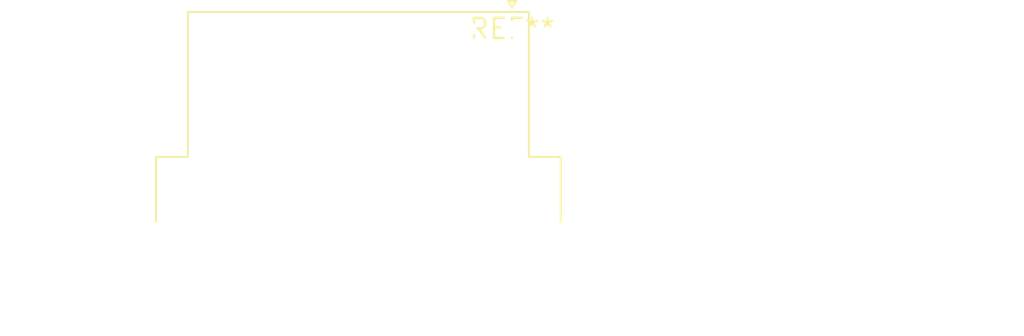
<source format=kicad_pcb>
(kicad_pcb (version 20240108) (generator pcbnew)
  (layers (0 "F.Cu" signal) (31 "B.Cu" signal) (34 "B.Paste" user) (35 "F.Paste" user) (36 "B.SilkS" user "B.Silkscreen") (37 "F.SilkS" user "F.Silkscreen") (38 "B.Mask" user) (39 "F.Mask" user) (44 "Edge.Cuts" user))
  (net 0 "")
  (footprint "DSUB-15_Female_Horizontal_P2.77x2.84mm_EdgePinOffset9.40mm" (layer "F.Cu") (at 0 0)
    (property "Reference" "REF**")
    (property "Value" "DSUB-15_Female_Horizontal_P2.77x2.84mm_EdgePinOffset9.40mm")
    (fp_line (start -22.455 8.08) (end -20.45 8.08) (layer "F.SilkS") (stroke (width 0.12)))
    (fp_line (start -22.455 12.18) (end -22.455 8.08) (layer "F.SilkS") (stroke (width 0.12)))
    (fp_line (start -20.45 -1.06) (end 1.06 -1.06) (layer "F.SilkS") (stroke (width 0.12)))
    (fp_line (start -20.45 8.08) (end -20.45 -1.06) (layer "F.SilkS") (stroke (width 0.12)))
    (fp_line (start -0.25 -1.754338) (end 0.25 -1.754338) (layer "F.SilkS") (stroke (width 0.12)))
    (fp_line (start 0 -1.321325) (end -0.25 -1.754338) (layer "F.SilkS") (stroke (width 0.12)))
    (fp_line (start 0.25 -1.754338) (end 0 -1.321325) (layer "F.SilkS") (stroke (width 0.12)))
    (fp_line (start 1.06 -1.06) (end 1.06 8.08) (layer "F.SilkS") (stroke (width 0.12)))
    (fp_line (start 1.06 8.08) (end 3.065 8.08) (layer "F.SilkS") (stroke (width 0.12)))
    (fp_line (start 3.065 8.08) (end 3.065 12.18) (layer "F.SilkS") (stroke (width 0.12)))
    (pad "1" thru_hole rect (at 0 0) (size 1.6 1.6) (drill 1) (layers *.Cu *.Mask) (remove_unused_layers))
    (pad "2" thru_hole circle (at -2.77 0) (size 1.6 1.6) (drill 1) (layers *.Cu *.Mask) (remove_unused_layers))
    (pad "3" thru_hole circle (at -5.54 0) (size 1.6 1.6) (drill 1) (layers *.Cu *.Mask) (remove_unused_layers))
    (pad "4" thru_hole circle (at -8.31 0) (size 1.6 1.6) (drill 1) (layers *.Cu *.Mask) (remove_unused_layers))
    (pad "5" thru_hole circle (at -11.08 0) (size 1.6 1.6) (drill 1) (layers *.Cu *.Mask) (remove_unused_layers))
    (pad "6" thru_hole circle (at -13.85 0) (size 1.6 1.6) (drill 1) (layers *.Cu *.Mask) (remove_unused_layers))
    (pad "7" thru_hole circle (at -16.62 0) (size 1.6 1.6) (drill 1) (layers *.Cu *.Mask) (remove_unused_layers))
    (pad "8" thru_hole circle (at -19.39 0) (size 1.6 1.6) (drill 1) (layers *.Cu *.Mask) (remove_unused_layers))
    (pad "9" thru_hole circle (at -1.385 2.84) (size 1.6 1.6) (drill 1) (layers *.Cu *.Mask) (remove_unused_layers))
    (pad "10" thru_hole circle (at -4.155 2.84) (size 1.6 1.6) (drill 1) (layers *.Cu *.Mask) (remove_unused_layers))
    (pad "11" thru_hole circle (at -6.925 2.84) (size 1.6 1.6) (drill 1) (layers *.Cu *.Mask) (remove_unused_layers))
    (pad "12" thru_hole circle (at -9.695 2.84) (size 1.6 1.6) (drill 1) (layers *.Cu *.Mask) (remove_unused_layers))
    (pad "13" thru_hole circle (at -12.465 2.84) (size 1.6 1.6) (drill 1) (layers *.Cu *.Mask) (remove_unused_layers))
    (pad "14" thru_hole circle (at -15.235 2.84) (size 1.6 1.6) (drill 1) (layers *.Cu *.Mask) (remove_unused_layers))
    (pad "15" thru_hole circle (at -18.005 2.84) (size 1.6 1.6) (drill 1) (layers *.Cu *.Mask) (remove_unused_layers))
  )
)
</source>
